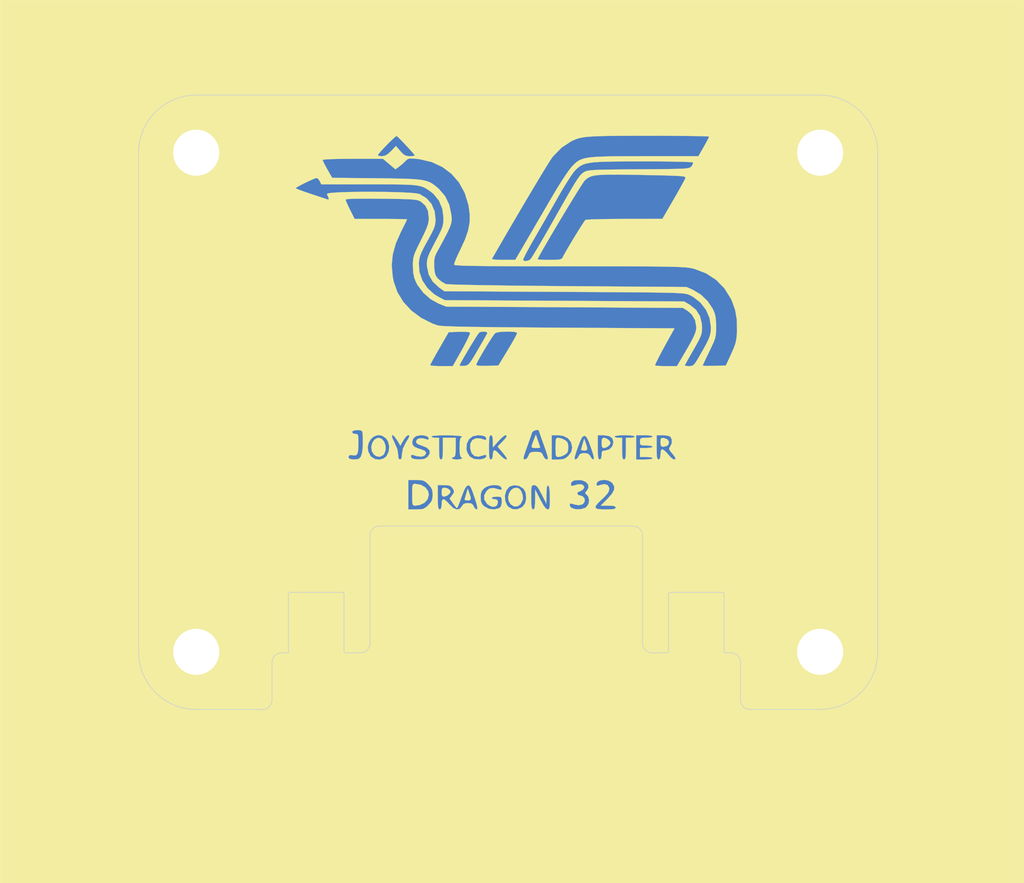
<source format=kicad_pcb>
(kicad_pcb (version 20171130) (host pcbnew "(5.1.8)-1")

  (general
    (thickness 1.6)
    (drawings 38)
    (tracks 0)
    (zones 0)
    (modules 5)
    (nets 2)
  )

  (page A4)
  (layers
    (0 F.Cu signal)
    (31 B.Cu signal)
    (32 B.Adhes user)
    (33 F.Adhes user)
    (34 B.Paste user)
    (35 F.Paste user)
    (36 B.SilkS user)
    (37 F.SilkS user)
    (38 B.Mask user)
    (39 F.Mask user)
    (40 Dwgs.User user)
    (41 Cmts.User user)
    (42 Eco1.User user)
    (43 Eco2.User user)
    (44 Edge.Cuts user)
    (45 Margin user)
    (46 B.CrtYd user)
    (47 F.CrtYd user)
    (48 B.Fab user)
    (49 F.Fab user)
  )

  (setup
    (last_trace_width 0.25)
    (trace_clearance 0.2)
    (zone_clearance 0.508)
    (zone_45_only no)
    (trace_min 0.2)
    (via_size 0.8)
    (via_drill 0.4)
    (via_min_size 0.4)
    (via_min_drill 0.3)
    (uvia_size 0.3)
    (uvia_drill 0.1)
    (uvias_allowed no)
    (uvia_min_size 0.2)
    (uvia_min_drill 0.1)
    (edge_width 0.05)
    (segment_width 0.2)
    (pcb_text_width 0.3)
    (pcb_text_size 1.5 1.5)
    (mod_edge_width 0.12)
    (mod_text_size 1 1)
    (mod_text_width 0.15)
    (pad_size 1.524 1.524)
    (pad_drill 0.762)
    (pad_to_mask_clearance 0)
    (aux_axis_origin 0 0)
    (visible_elements 7FFFFFFF)
    (pcbplotparams
      (layerselection 0x010fc_ffffffff)
      (usegerberextensions true)
      (usegerberattributes true)
      (usegerberadvancedattributes true)
      (creategerberjobfile true)
      (excludeedgelayer true)
      (linewidth 0.100000)
      (plotframeref false)
      (viasonmask false)
      (mode 1)
      (useauxorigin false)
      (hpglpennumber 1)
      (hpglpenspeed 20)
      (hpglpendiameter 15.000000)
      (psnegative false)
      (psa4output false)
      (plotreference true)
      (plotvalue true)
      (plotinvisibletext false)
      (padsonsilk false)
      (subtractmaskfromsilk false)
      (outputformat 1)
      (mirror false)
      (drillshape 0)
      (scaleselection 1)
      (outputdirectory "export/"))
  )

  (net 0 "")
  (net 1 "Net-(M1-Pad1)")

  (net_class Default "This is the default net class."
    (clearance 0.2)
    (trace_width 0.25)
    (via_dia 0.8)
    (via_drill 0.4)
    (uvia_dia 0.3)
    (uvia_drill 0.1)
    (add_net "Net-(M1-Pad1)")
  )

  (net_class PWR ""
    (clearance 0.2)
    (trace_width 0.381)
    (via_dia 0.8)
    (via_drill 0.4)
    (uvia_dia 0.3)
    (uvia_drill 0.1)
  )

  (module logo:dragon3 (layer F.Cu) (tedit 0) (tstamp 6004F856)
    (at 123.1265 94.6785)
    (fp_text reference G*** (at 0 0) (layer F.SilkS) hide
      (effects (font (size 1.524 1.524) (thickness 0.3)))
    )
    (fp_text value LOGO (at 0.75 0) (layer F.SilkS) hide
      (effects (font (size 1.524 1.524) (thickness 0.3)))
    )
    (fp_poly (pts (xy 10.044683 -0.23857) (xy 10.045627 -0.238458) (xy 10.270773 -0.155456) (xy 10.377397 -0.007234)
      (xy 10.367452 0.157178) (xy 10.242891 0.288748) (xy 10.022633 0.338666) (xy 9.887044 0.315134)
      (xy 9.83092 0.211947) (xy 9.821334 0.036709) (xy 9.833726 -0.162965) (xy 9.895752 -0.239483)
      (xy 10.044683 -0.23857)) (layer F.SilkS) (width 0.01))
    (fp_poly (pts (xy 6.268249 -0.199238) (xy 6.434826 -0.072491) (xy 6.518291 0.069929) (xy 6.519334 0.084666)
      (xy 6.449902 0.225294) (xy 6.289205 0.356679) (xy 6.108637 0.42251) (xy 6.089953 0.423333)
      (xy 5.982673 0.392699) (xy 5.935379 0.27186) (xy 5.926667 0.084666) (xy 5.941437 -0.137839)
      (xy 5.999699 -0.235931) (xy 6.089953 -0.254) (xy 6.268249 -0.199238)) (layer F.SilkS) (width 0.01))
    (fp_poly (pts (xy 4.878749 0.094301) (xy 4.96517 0.366591) (xy 4.972039 0.518624) (xy 4.893183 0.582754)
      (xy 4.783667 0.592666) (xy 4.624415 0.574252) (xy 4.572 0.538989) (xy 4.594323 0.430996)
      (xy 4.650147 0.225927) (xy 4.673524 0.146457) (xy 4.775047 -0.192398) (xy 4.878749 0.094301)) (layer F.SilkS) (width 0.01))
    (fp_poly (pts (xy 3.294759 -0.204541) (xy 3.53265 -0.085065) (xy 3.660537 0.033841) (xy 3.705671 0.181095)
      (xy 3.722741 0.381) (xy 3.703232 0.594515) (xy 3.660537 0.728158) (xy 3.492807 0.872621)
      (xy 3.247377 0.982348) (xy 3.053566 1.016) (xy 2.964262 1.00227) (xy 2.911873 0.937583)
      (xy 2.886694 0.786694) (xy 2.879016 0.514355) (xy 2.878667 0.381) (xy 2.882448 0.056764)
      (xy 2.900265 -0.133438) (xy 2.941825 -0.224855) (xy 3.016836 -0.252732) (xy 3.053566 -0.254)
      (xy 3.294759 -0.204541)) (layer F.SilkS) (width 0.01))
    (fp_poly (pts (xy 1.72059 -0.04814) (xy 1.800752 0.191906) (xy 1.852273 0.355372) (xy 1.862667 0.396082)
      (xy 1.788017 0.41397) (xy 1.604063 0.42305) (xy 1.560628 0.423333) (xy 1.363418 0.412268)
      (xy 1.295603 0.358462) (xy 1.317095 0.232833) (xy 1.392264 0.01255) (xy 1.477058 -0.211389)
      (xy 1.578514 -0.465112) (xy 1.72059 -0.04814)) (layer F.SilkS) (width 0.01))
    (fp_poly (pts (xy -8.610051 -0.179916) (xy -8.455845 0.010267) (xy -8.368674 0.268442) (xy -8.361375 0.546503)
      (xy -8.446787 0.796344) (xy -8.515047 0.882952) (xy -8.737363 1.004273) (xy -8.979927 0.966312)
      (xy -9.144 0.846666) (xy -9.279277 0.616234) (xy -9.307336 0.343918) (xy -9.242283 0.077418)
      (xy -9.098227 -0.135565) (xy -8.889277 -0.247332) (xy -8.818455 -0.254) (xy -8.610051 -0.179916)) (layer F.SilkS) (width 0.01))
    (fp_poly (pts (xy 0.481537 3.114519) (xy 0.608033 3.271479) (xy 0.698232 3.513896) (xy 0.725687 3.758181)
      (xy 0.711809 3.842349) (xy 0.56696 4.130742) (xy 0.365409 4.282826) (xy 0.134753 4.287988)
      (xy -0.084666 4.148666) (xy -0.224876 3.920895) (xy -0.255123 3.664301) (xy -0.194692 3.414108)
      (xy -0.062869 3.205536) (xy 0.121063 3.073811) (xy 0.337819 3.054153) (xy 0.481537 3.114519)) (layer F.SilkS) (width 0.01))
    (fp_poly (pts (xy -4.257205 3.096692) (xy -4.10409 3.212576) (xy -4.064 3.312885) (xy -4.132871 3.444653)
      (xy -4.291522 3.571694) (xy -4.468011 3.639088) (xy -4.493381 3.640666) (xy -4.606492 3.605021)
      (xy -4.651875 3.469082) (xy -4.656666 3.344333) (xy -4.63987 3.142894) (xy -4.568205 3.060662)
      (xy -4.461933 3.048) (xy -4.257205 3.096692)) (layer F.SilkS) (width 0.01))
    (fp_poly (pts (xy -2.825918 3.396301) (xy -2.739497 3.668591) (xy -2.732628 3.820624) (xy -2.811483 3.884754)
      (xy -2.921 3.894666) (xy -3.080252 3.876252) (xy -3.132666 3.840989) (xy -3.110343 3.732996)
      (xy -3.05452 3.527927) (xy -3.031143 3.448457) (xy -2.92962 3.109602) (xy -2.825918 3.396301)) (layer F.SilkS) (width 0.01))
    (fp_poly (pts (xy -6.03216 2.855756) (xy -5.737419 3.024399) (xy -5.551989 3.27499) (xy -5.503333 3.513666)
      (xy -5.580705 3.811234) (xy -5.791989 4.04649) (xy -6.105943 4.194496) (xy -6.404967 4.233333)
      (xy -6.501389 4.225175) (xy -6.560241 4.178377) (xy -6.590786 4.059454) (xy -6.602283 3.834921)
      (xy -6.604 3.513666) (xy -6.601744 3.165024) (xy -6.588801 2.952224) (xy -6.555912 2.84178)
      (xy -6.493814 2.800207) (xy -6.404967 2.794) (xy -6.03216 2.855756)) (layer F.SilkS) (width 0.01))
    (fp_poly (pts (xy 33.866667 29.21) (xy -33.866666 29.21) (xy -33.866666 2.54) (xy -6.858 2.54)
      (xy -6.858 4.487333) (xy -6.341533 4.487333) (xy -6.041495 4.478561) (xy -5.844553 4.436507)
      (xy -5.68475 4.337565) (xy -5.5372 4.199466) (xy -5.352369 3.98645) (xy -5.268653 3.784346)
      (xy -5.249333 3.513666) (xy -5.269723 3.237775) (xy -5.355365 3.036408) (xy -5.492905 2.878666)
      (xy -4.910666 2.878666) (xy -4.910666 3.683) (xy -4.906121 4.066418) (xy -4.889498 4.30906)
      (xy -4.856313 4.439313) (xy -4.802086 4.485564) (xy -4.783666 4.487333) (xy -4.69536 4.43141)
      (xy -4.658971 4.24603) (xy -4.656666 4.148666) (xy -4.634418 3.910154) (xy -4.562474 3.814236)
      (xy -4.533656 3.81) (xy -4.413466 3.871723) (xy -4.242319 4.029329) (xy -4.138486 4.148666)
      (xy -3.886539 4.393188) (xy -3.650888 4.493599) (xy -3.451013 4.446885) (xy -3.317405 4.275666)
      (xy -3.207776 4.124488) (xy -3.026681 4.067953) (xy -2.920719 4.064) (xy -2.699541 4.089718)
      (xy -2.579951 4.190227) (xy -2.54 4.275666) (xy -2.439503 4.433209) (xy -2.337945 4.487333)
      (xy -2.29183 4.453853) (xy -2.293185 4.337672) (xy -2.346232 4.115182) (xy -2.455194 3.762772)
      (xy -2.481313 3.683) (xy -2.074333 3.683) (xy -2.054514 3.957303) (xy -1.975041 4.14072)
      (xy -1.836779 4.282997) (xy -1.535462 4.443573) (xy -1.1833 4.487879) (xy -0.85541 4.407113)
      (xy -0.8411 4.399687) (xy -0.722323 4.274853) (xy -0.678602 4.043957) (xy -0.677333 3.976354)
      (xy -0.685606 3.761486) (xy -0.743012 3.66601) (xy -0.898433 3.641473) (xy -1.016 3.640666)
      (xy -1.228074 3.659444) (xy -1.346031 3.706354) (xy -1.354666 3.725333) (xy -1.28221 3.788979)
      (xy -1.143 3.81) (xy -0.981193 3.845643) (xy -0.931934 3.982679) (xy -0.931333 4.012608)
      (xy -0.993054 4.212875) (xy -1.151642 4.307873) (xy -1.36723 4.292226) (xy -1.599956 4.160559)
      (xy -1.654848 4.110181) (xy -1.82931 3.841685) (xy -1.835571 3.55928) (xy -0.469905 3.55928)
      (xy -0.453931 3.900824) (xy -0.330331 4.204663) (xy -0.234136 4.318334) (xy 0.035512 4.464244)
      (xy 0.345405 4.474882) (xy 0.637149 4.352617) (xy 0.723515 4.279515) (xy 0.867654 4.0829)
      (xy 0.926013 3.834145) (xy 0.931334 3.683) (xy 1.27 3.683) (xy 1.274545 4.066418)
      (xy 1.291169 4.30906) (xy 1.324354 4.439313) (xy 1.378581 4.485564) (xy 1.397 4.487333)
      (xy 1.463366 4.454133) (xy 1.503405 4.334436) (xy 1.523149 4.098092) (xy 1.528233 3.831166)
      (xy 1.532465 3.175) (xy 1.867924 3.831166) (xy 2.071618 4.198647) (xy 2.230749 4.414211)
      (xy 2.352298 4.487243) (xy 2.356143 4.487333) (xy 2.428389 4.470679) (xy 2.473121 4.399748)
      (xy 2.496304 4.24309) (xy 2.497629 4.195282) (xy 3.811437 4.195282) (xy 3.869294 4.319839)
      (xy 3.958167 4.395884) (xy 4.224123 4.474877) (xy 4.542689 4.469885) (xy 4.811557 4.391441)
      (xy 5.525787 4.391441) (xy 5.671359 4.458461) (xy 5.971269 4.484751) (xy 6.180667 4.487333)
      (xy 6.528201 4.481351) (xy 6.736769 4.459647) (xy 6.836438 4.416584) (xy 6.858 4.360333)
      (xy 6.818199 4.285763) (xy 6.677506 4.246199) (xy 6.403987 4.23345) (xy 6.362884 4.233333)
      (xy 5.867768 4.233333) (xy 6.320551 3.78055) (xy 6.610228 3.452114) (xy 6.754719 3.181639)
      (xy 6.759264 2.94933) (xy 6.629099 2.735388) (xy 6.604 2.709333) (xy 6.401859 2.585924)
      (xy 6.149827 2.533893) (xy 5.897702 2.548751) (xy 5.695281 2.626006) (xy 5.592363 2.761166)
      (xy 5.588 2.800962) (xy 5.60976 2.905204) (xy 5.706905 2.9096) (xy 5.817529 2.871875)
      (xy 6.111652 2.811204) (xy 6.32262 2.872275) (xy 6.427352 3.045593) (xy 6.434667 3.125784)
      (xy 6.400737 3.293739) (xy 6.282784 3.478167) (xy 6.056561 3.713925) (xy 5.969 3.795268)
      (xy 5.679218 4.074917) (xy 5.529944 4.268617) (xy 5.525787 4.391441) (xy 4.811557 4.391441)
      (xy 4.827941 4.386661) (xy 4.914566 4.331867) (xy 5.056795 4.128347) (xy 5.099931 3.872931)
      (xy 5.041658 3.634338) (xy 4.942064 3.516139) (xy 4.84133 3.422863) (xy 4.869938 3.334587)
      (xy 4.936624 3.263947) (xy 5.060728 3.051779) (xy 5.038435 2.843941) (xy 4.890708 2.670569)
      (xy 4.638507 2.561796) (xy 4.433086 2.54) (xy 4.117627 2.568463) (xy 3.944341 2.660046)
      (xy 3.894667 2.812116) (xy 3.927483 2.932288) (xy 4.042834 2.918084) (xy 4.357026 2.825134)
      (xy 4.606206 2.831901) (xy 4.727905 2.90482) (xy 4.784324 3.029784) (xy 4.702477 3.159369)
      (xy 4.695875 3.166029) (xy 4.536643 3.275652) (xy 4.438953 3.302) (xy 4.331982 3.369905)
      (xy 4.318 3.429) (xy 4.387522 3.535439) (xy 4.4704 3.556) (xy 4.679196 3.618703)
      (xy 4.797875 3.770249) (xy 4.810046 3.955788) (xy 4.699319 4.12047) (xy 4.648781 4.152887)
      (xy 4.416498 4.208141) (xy 4.10584 4.153583) (xy 3.944866 4.097636) (xy 3.835783 4.102289)
      (xy 3.811437 4.195282) (xy 2.497629 4.195282) (xy 2.503899 3.969251) (xy 2.503285 3.71123)
      (xy 2.490889 3.293057) (xy 2.459733 3.030161) (xy 2.408002 2.909334) (xy 2.391834 2.899841)
      (xy 2.333513 2.929704) (xy 2.298389 3.080695) (xy 2.282513 3.373663) (xy 2.280968 3.485444)
      (xy 2.275935 4.106333) (xy 1.966136 3.4925) (xy 1.795696 3.173808) (xy 1.665328 2.984213)
      (xy 1.552044 2.895657) (xy 1.463168 2.878666) (xy 1.373635 2.886556) (xy 1.317161 2.931341)
      (xy 1.28614 3.044694) (xy 1.272965 3.258289) (xy 1.270028 3.603799) (xy 1.27 3.683)
      (xy 0.931334 3.683) (xy 0.903277 3.38535) (xy 0.801481 3.174402) (xy 0.723515 3.086484)
      (xy 0.463862 2.927227) (xy 0.15775 2.880846) (xy -0.125617 2.954362) (xy -0.187171 2.994092)
      (xy -0.380302 3.237785) (xy -0.469905 3.55928) (xy -1.835571 3.55928) (xy -1.83566 3.555281)
      (xy -1.680156 3.262145) (xy -1.48519 3.102452) (xy -1.231293 3.066855) (xy -0.88942 3.152455)
      (xy -0.8255 3.176855) (xy -0.702008 3.183052) (xy -0.677333 3.10845) (xy -0.749632 2.97188)
      (xy -0.936155 2.892372) (xy -1.191344 2.870923) (xy -1.469637 2.908535) (xy -1.725476 3.006207)
      (xy -1.836779 3.083002) (xy -1.991235 3.248869) (xy -2.060315 3.440657) (xy -2.074333 3.683)
      (xy -2.481313 3.683) (xy -2.482403 3.679673) (xy -2.610652 3.305593) (xy -2.7079 3.067981)
      (xy -2.788748 2.940226) (xy -2.867796 2.89572) (xy -2.912144 2.896507) (xy -3.011942 2.955142)
      (xy -3.117685 3.116427) (xy -3.242415 3.403841) (xy -3.33709 3.661592) (xy -3.455006 3.983681)
      (xy -3.555057 4.23461) (xy -3.622779 4.379169) (xy -3.640666 4.400617) (xy -3.710161 4.336798)
      (xy -3.837132 4.177185) (xy -3.904972 4.083358) (xy -4.126944 3.767666) (xy -3.955559 3.539679)
      (xy -3.845498 3.373313) (xy -3.838241 3.252304) (xy -3.926039 3.095179) (xy -4.040643 2.961224)
      (xy -4.193665 2.896917) (xy -4.446024 2.878842) (xy -4.489285 2.878666) (xy -4.910666 2.878666)
      (xy -5.492905 2.878666) (xy -5.5372 2.827866) (xy -5.715283 2.665521) (xy -5.877063 2.57919)
      (xy -6.0885 2.545268) (xy -6.341533 2.54) (xy -6.858 2.54) (xy -33.866666 2.54)
      (xy -33.866666 0.997041) (xy -10.820309 0.997041) (xy -10.795 1.100666) (xy -10.675411 1.161735)
      (xy -10.46338 1.184044) (xy -10.232124 1.163917) (xy -10.12551 1.134294) (xy -9.999907 0.999101)
      (xy -9.913843 0.716093) (xy -9.873975 0.344056) (xy -9.544466 0.344056) (xy -9.514181 0.643954)
      (xy -9.364335 0.935782) (xy -9.305821 1.004558) (xy -9.057386 1.159233) (xy -8.758191 1.191729)
      (xy -8.471858 1.104732) (xy -8.303478 0.962248) (xy -8.15671 0.659632) (xy -8.123303 0.312571)
      (xy -8.201526 -0.015881) (xy -8.335818 -0.215516) (xy -8.602741 -0.395678) (xy -8.616492 -0.397593)
      (xy -7.949844 -0.397593) (xy -7.912724 -0.226188) (xy -7.790057 0.028012) (xy -7.586381 0.496064)
      (xy -7.535333 0.832345) (xy -7.516026 1.073186) (xy -7.451405 1.176343) (xy -7.408333 1.185333)
      (xy -7.321399 1.131291) (xy -7.285805 0.957552) (xy -6.688666 0.957552) (xy -6.651223 1.074701)
      (xy -6.518604 1.14293) (xy -6.260373 1.174016) (xy -6.117166 1.178649) (xy -5.799286 1.142874)
      (xy -5.588 1.016) (xy -5.441009 0.790316) (xy -5.456935 0.582329) (xy -5.629459 0.403964)
      (xy -5.952262 0.26715) (xy -5.990166 0.256838) (xy -6.232925 0.170584) (xy -6.338554 0.06473)
      (xy -6.35 -0.001651) (xy -6.278733 -0.150035) (xy -6.095207 -0.223823) (xy -5.84483 -0.210177)
      (xy -5.732862 -0.176125) (xy -5.565841 -0.12992) (xy -5.506219 -0.172505) (xy -5.503333 -0.204704)
      (xy -5.582055 -0.338098) (xy -5.584311 -0.338788) (xy -5.334 -0.338788) (xy -5.260428 -0.279256)
      (xy -5.083162 -0.254007) (xy -5.08 -0.254) (xy -4.826 -0.254) (xy -4.826 0.465666)
      (xy -4.820578 0.825461) (xy -4.800841 1.045669) (xy -4.761583 1.15579) (xy -4.699 1.185333)
      (xy -4.635507 1.154608) (xy -4.596646 1.042766) (xy -4.577213 0.820306) (xy -4.572 0.465666)
      (xy -4.572 -0.254) (xy -3.725333 -0.254) (xy -3.725333 0.381) (xy -3.731986 0.715945)
      (xy -3.756027 0.912554) (xy -3.803581 1.00145) (xy -3.852333 1.016) (xy -3.965005 1.061717)
      (xy -3.979333 1.100666) (xy -3.904221 1.153685) (xy -3.716582 1.183174) (xy -3.640666 1.185333)
      (xy -3.428593 1.166555) (xy -3.310636 1.119645) (xy -3.302 1.100666) (xy -3.366429 1.01846)
      (xy -3.386666 1.016) (xy -3.429328 0.937207) (xy -3.459063 0.723922) (xy -3.468063 0.492719)
      (xy -3.015858 0.492719) (xy -2.968691 0.703433) (xy -2.796877 0.983747) (xy -2.517443 1.144979)
      (xy -2.150542 1.179168) (xy -1.883833 1.131969) (xy -1.735271 1.044731) (xy -1.693333 0.954733)
      (xy -1.740157 0.87039) (xy -1.8415 0.891915) (xy -2.206293 0.993797) (xy -2.483965 0.951554)
      (xy -2.672206 0.766287) (xy -2.767112 0.451358) (xy -2.764043 0.381) (xy -1.524 0.381)
      (xy -1.519455 0.764418) (xy -1.502831 1.00706) (xy -1.469646 1.137313) (xy -1.415419 1.183564)
      (xy -1.397 1.185333) (xy -1.302323 1.119895) (xy -1.270109 0.912242) (xy -1.27 0.893996)
      (xy -1.246703 0.654944) (xy -1.170711 0.568015) (xy -1.032873 0.632227) (xy -0.82449 0.846065)
      (xy -0.632717 1.039174) (xy -0.459797 1.162056) (xy -0.386161 1.185333) (xy -0.330121 1.155169)
      (xy -0.348321 1.108224) (xy 0.759955 1.108224) (xy 0.781805 1.170543) (xy 0.845032 1.185331)
      (xy 0.846003 1.185333) (xy 0.991218 1.106777) (xy 1.08798 0.931333) (xy 1.15872 0.775039)
      (xy 1.264185 0.700666) (xy 1.460939 0.678364) (xy 1.569284 0.677333) (xy 1.815469 0.688215)
      (xy 1.950327 0.74082) (xy 2.031452 0.865087) (xy 2.057917 0.931333) (xy 2.172664 1.118519)
      (xy 2.302042 1.185333) (xy 2.359327 1.168098) (xy 2.37723 1.099386) (xy 2.350641 0.953683)
      (xy 2.274452 0.705475) (xy 2.143555 0.32925) (xy 2.114146 0.246963) (xy 1.982773 -0.122596)
      (xy 1.877735 -0.423334) (xy 2.624667 -0.423334) (xy 2.624667 1.185333) (xy 3.054513 1.185333)
      (xy 3.342698 1.167869) (xy 3.431091 1.13609) (xy 4.140181 1.13609) (xy 4.177007 1.183395)
      (xy 4.19491 1.185333) (xy 4.316602 1.114559) (xy 4.402667 0.973666) (xy 4.49581 0.824633)
      (xy 4.660191 0.767264) (xy 4.783386 0.762) (xy 5.010917 0.790726) (xy 5.141007 0.900235)
      (xy 5.180072 0.973666) (xy 5.287037 1.129815) (xy 5.386164 1.185333) (xy 5.421938 1.13051)
      (xy 5.396759 0.95677) (xy 5.307756 0.650208) (xy 5.224408 0.402166) (xy 5.087743 0.027038)
      (xy 4.981599 -0.211001) (xy 4.891427 -0.338088) (xy 4.802679 -0.38036) (xy 4.788472 -0.381)
      (xy 4.698136 -0.348696) (xy 4.607521 -0.234536) (xy 4.502007 -0.012652) (xy 4.366972 0.342822)
      (xy 4.345786 0.402166) (xy 4.219769 0.770398) (xy 4.152834 1.006732) (xy 4.140181 1.13609)
      (xy 3.431091 1.13609) (xy 3.540845 1.096632) (xy 3.726321 0.943355) (xy 3.731846 0.937846)
      (xy 3.918282 0.689712) (xy 3.978845 0.41474) (xy 3.979334 0.381) (xy 3.905287 0.034107)
      (xy 3.696521 -0.226658) (xy 3.373096 -0.383849) (xy 3.054513 -0.423334) (xy 5.672667 -0.423334)
      (xy 5.672667 0.381) (xy 5.677212 0.764418) (xy 5.693836 1.00706) (xy 5.72702 1.137313)
      (xy 5.781247 1.183564) (xy 5.799667 1.185333) (xy 5.893598 1.121073) (xy 5.926437 0.915988)
      (xy 5.926667 0.889) (xy 5.941252 0.689629) (xy 6.012659 0.607872) (xy 6.167545 0.592666)
      (xy 6.436663 0.516831) (xy 6.631487 0.318548) (xy 6.709726 0.041651) (xy 6.709834 0.030575)
      (xy 6.639521 -0.215092) (xy 6.46743 -0.338667) (xy 6.773334 -0.338667) (xy 6.846906 -0.27922)
      (xy 7.024173 -0.254007) (xy 7.027334 -0.254) (xy 7.281334 -0.254) (xy 7.281334 0.465666)
      (xy 7.286756 0.825461) (xy 7.306492 1.045669) (xy 7.34575 1.15579) (xy 7.408334 1.185333)
      (xy 7.471827 1.154608) (xy 7.510687 1.042766) (xy 7.53012 0.820306) (xy 7.535334 0.465666)
      (xy 7.535334 -0.254) (xy 7.831667 -0.254) (xy 8.027534 -0.275266) (xy 8.125441 -0.327556)
      (xy 8.128 -0.338667) (xy 8.048784 -0.380596) (xy 7.832514 -0.410061) (xy 7.51126 -0.423052)
      (xy 7.450667 -0.423334) (xy 8.212667 -0.423334) (xy 8.212667 1.185333) (xy 8.763 1.185333)
      (xy 9.050582 1.17337) (xy 9.247476 1.141681) (xy 9.313334 1.100666) (xy 9.237187 1.052369)
      (xy 9.042491 1.021713) (xy 8.89 1.016) (xy 8.466667 1.016) (xy 8.466667 0.423333)
      (xy 8.89 0.423333) (xy 9.131488 0.408103) (xy 9.284765 0.369164) (xy 9.313334 0.338666)
      (xy 9.237187 0.290369) (xy 9.042491 0.259713) (xy 8.89 0.254) (xy 8.639397 0.24845)
      (xy 8.514431 0.21433) (xy 8.47142 0.125431) (xy 8.466667 0) (xy 8.475916 -0.150362)
      (xy 8.532783 -0.225342) (xy 8.680948 -0.251148) (xy 8.89 -0.254) (xy 9.131488 -0.26923)
      (xy 9.284765 -0.308169) (xy 9.313334 -0.338667) (xy 9.235576 -0.382911) (xy 9.029594 -0.413202)
      (xy 8.763 -0.423334) (xy 9.567334 -0.423334) (xy 9.567334 0.381) (xy 9.571879 0.764418)
      (xy 9.588502 1.00706) (xy 9.621687 1.137313) (xy 9.675914 1.183564) (xy 9.694334 1.185333)
      (xy 9.78264 1.12941) (xy 9.819029 0.94403) (xy 9.821334 0.846666) (xy 9.844749 0.60534)
      (xy 9.918897 0.510763) (xy 9.941219 0.508) (xy 10.059242 0.569988) (xy 10.227893 0.728198)
      (xy 10.329334 0.846666) (xy 10.505492 1.041379) (xy 10.658479 1.163828) (xy 10.717448 1.185333)
      (xy 10.815504 1.159773) (xy 10.807364 1.069345) (xy 10.686321 0.893427) (xy 10.581399 0.767002)
      (xy 10.433259 0.57955) (xy 10.388784 0.46258) (xy 10.433396 0.36536) (xy 10.45784 0.337002)
      (xy 10.561647 0.126299) (xy 10.57245 -0.119563) (xy 10.487183 -0.316096) (xy 10.481734 -0.321734)
      (xy 10.34122 -0.382125) (xy 10.101946 -0.418517) (xy 9.973734 -0.423334) (xy 9.567334 -0.423334)
      (xy 8.763 -0.423334) (xy 8.212667 -0.423334) (xy 7.450667 -0.423334) (xy 7.115235 -0.413432)
      (xy 6.87952 -0.386398) (xy 6.775591 -0.346241) (xy 6.773334 -0.338667) (xy 6.46743 -0.338667)
      (xy 6.428878 -0.36635) (xy 6.078351 -0.422899) (xy 6.037485 -0.423334) (xy 5.672667 -0.423334)
      (xy 3.054513 -0.423334) (xy 2.624667 -0.423334) (xy 1.877735 -0.423334) (xy 1.875451 -0.429873)
      (xy 1.803446 -0.642237) (xy 1.778 -0.726704) (xy 1.71508 -0.77523) (xy 1.573217 -0.761649)
      (xy 1.422755 -0.70377) (xy 1.33404 -0.619405) (xy 1.332201 -0.613834) (xy 1.286595 -0.474554)
      (xy 1.197432 -0.217644) (xy 1.07922 0.115456) (xy 0.991279 0.359833) (xy 0.85983 0.730495)
      (xy 0.784343 0.97075) (xy 0.759955 1.108224) (xy -0.348321 1.108224) (xy -0.370321 1.051481)
      (xy -0.5165 0.854472) (xy -0.596959 0.756873) (xy -0.955686 0.328412) (xy -0.647176 0.012469)
      (xy -0.438141 -0.215257) (xy -0.350822 -0.351754) (xy -0.377105 -0.414501) (xy -0.4445 -0.424023)
      (xy -0.552193 -0.365001) (xy -0.727414 -0.21054) (xy -0.906913 -0.021856) (xy -1.263494 0.381)
      (xy -1.266747 -0.021167) (xy -1.284187 -0.280667) (xy -1.337552 -0.403036) (xy -1.397 -0.423334)
      (xy -1.45754 -0.394547) (xy -1.495852 -0.289264) (xy -1.516418 -0.079096) (xy -1.523721 0.264343)
      (xy -1.524 0.381) (xy -2.764043 0.381) (xy -2.752439 0.115074) (xy -2.616556 -0.113288)
      (xy -2.377204 -0.222587) (xy -2.052122 -0.201681) (xy -1.8415 -0.129916) (xy -1.719081 -0.117365)
      (xy -1.693333 -0.19355) (xy -1.759026 -0.327427) (xy -1.963989 -0.402393) (xy -2.278166 -0.423334)
      (xy -2.603902 -0.349767) (xy -2.84876 -0.150818) (xy -2.992744 0.140886) (xy -3.015858 0.492719)
      (xy -3.468063 0.492719) (xy -3.471254 0.410778) (xy -3.471333 0.381) (xy -3.460828 0.061039)
      (xy -3.432389 -0.161975) (xy -3.390637 -0.253406) (xy -3.386666 -0.254) (xy -3.304415 -0.313871)
      (xy -3.302 -0.332451) (xy -3.381317 -0.363476) (xy -3.597897 -0.389729) (xy -3.919682 -0.408534)
      (xy -4.314615 -0.417217) (xy -4.318 -0.417238) (xy -4.76871 -0.413244) (xy -5.099115 -0.395887)
      (xy -5.291289 -0.366551) (xy -5.334 -0.338788) (xy -5.584311 -0.338788) (xy -5.817063 -0.409953)
      (xy -6.054544 -0.423334) (xy -6.351526 -0.361584) (xy -6.543329 -0.191254) (xy -6.604 0.038013)
      (xy -6.568129 0.21997) (xy -6.439592 0.351572) (xy -6.187002 0.458357) (xy -6.0325 0.502985)
      (xy -5.772879 0.607338) (xy -5.679006 0.736142) (xy -5.751938 0.887452) (xy -5.799877 0.931507)
      (xy -5.997113 0.99473) (xy -6.294479 0.962942) (xy -6.5405 0.88587) (xy -6.663924 0.881304)
      (xy -6.688666 0.957552) (xy -7.285805 0.957552) (xy -7.2844 0.950697) (xy -7.281333 0.834864)
      (xy -7.215988 0.457747) (xy -7.027333 0.071592) (xy -6.870422 -0.188425) (xy -6.795244 -0.33668)
      (xy -6.792806 -0.40439) (xy -6.854115 -0.422771) (xy -6.884743 -0.423334) (xy -6.989114 -0.355265)
      (xy -7.125955 -0.182836) (xy -7.190905 -0.076818) (xy -7.385657 0.269697) (xy -7.592294 -0.076818)
      (xy -7.77133 -0.332608) (xy -7.896613 -0.436299) (xy -7.949844 -0.397593) (xy -8.616492 -0.397593)
      (xy -8.870148 -0.432916) (xy -9.118032 -0.352396) (xy -9.326384 -0.179284) (xy -9.475198 0.061255)
      (xy -9.544466 0.344056) (xy -9.873975 0.344056) (xy -9.869535 0.302628) (xy -9.869199 -0.22394)
      (xy -9.896803 -0.656167) (xy -9.975397 -0.732444) (xy -10.149767 -0.765764) (xy -10.353457 -0.758175)
      (xy -10.520012 -0.711727) (xy -10.583333 -0.635) (xy -10.509732 -0.532857) (xy -10.371666 -0.508)
      (xy -10.266132 -0.500641) (xy -10.203215 -0.455378) (xy -10.171899 -0.337429) (xy -10.161167 -0.112016)
      (xy -10.16 0.160274) (xy -10.173595 0.54763) (xy -10.222721 0.788475) (xy -10.319889 0.904061)
      (xy -10.47761 0.915639) (xy -10.588135 0.887475) (xy -10.744911 0.894967) (xy -10.820309 0.997041)
      (xy -33.866666 0.997041) (xy -33.866666 -5.058834) (xy -5.415033 -5.058834) (xy -5.338418 -5.030684)
      (xy -5.130326 -5.008934) (xy -4.828582 -4.9968) (xy -4.668522 -4.995334) (xy -3.918378 -4.995334)
      (xy -3.894308 -5.038039) (xy -3.471333 -5.038039) (xy -3.397154 -5.009933) (xy -3.213962 -5.007927)
      (xy -3.166177 -5.01139) (xy -3.040763 -5.028716) (xy -2.935826 -5.071779) (xy -2.9268 -5.079735)
      (xy -2.370666 -5.079735) (xy -2.287686 -5.032418) (xy -2.041919 -5.010066) (xy -1.638123 -5.013109)
      (xy -1.635253 -5.013204) (xy -0.899839 -5.037667) (xy -0.283452 -6.053667) (xy -0.060197 -6.42855)
      (xy 0.127434 -6.75673) (xy 0.263259 -7.008894) (xy 0.331098 -7.155729) (xy 0.335801 -7.1755)
      (xy 0.279552 -7.23365) (xy 0.094849 -7.267835) (xy -0.236466 -7.280975) (xy -0.322484 -7.281334)
      (xy -0.704537 -7.26696) (xy -0.983726 -7.226974) (xy -1.114929 -7.1755) (xy -1.20566 -7.065621)
      (xy -1.35525 -6.846403) (xy -1.543548 -6.551474) (xy -1.750404 -6.214464) (xy -1.95567 -5.869003)
      (xy -2.139193 -5.54872) (xy -2.280826 -5.287244) (xy -2.360417 -5.118206) (xy -2.370666 -5.079735)
      (xy -2.9268 -5.079735) (xy -2.831212 -5.163985) (xy -2.706763 -5.328739) (xy -2.542327 -5.589447)
      (xy -2.317746 -5.969515) (xy -2.268645 -6.053667) (xy -2.049845 -6.431172) (xy -1.861073 -6.761065)
      (xy -1.719298 -7.013381) (xy -1.641489 -7.158155) (xy -1.633409 -7.1755) (xy -1.671588 -7.245076)
      (xy -1.813208 -7.27966) (xy -1.995078 -7.274388) (xy -2.154008 -7.224396) (xy -2.166522 -7.216537)
      (xy -2.236571 -7.127657) (xy -2.37035 -6.925332) (xy -2.548576 -6.641762) (xy -2.751962 -6.309146)
      (xy -2.961223 -5.959682) (xy -3.157073 -5.625569) (xy -3.320228 -5.339006) (xy -3.431401 -5.132192)
      (xy -3.471333 -5.038039) (xy -3.894308 -5.038039) (xy -3.312869 -6.069615) (xy -3.101074 -6.458471)
      (xy -2.932539 -6.793595) (xy -2.81986 -7.047881) (xy -2.775636 -7.194226) (xy -2.779878 -7.216412)
      (xy -2.893716 -7.247644) (xy -3.130342 -7.265285) (xy -3.443546 -7.266373) (xy -3.521698 -7.263965)
      (xy -4.191 -7.239) (xy -4.801199 -6.180667) (xy -5.018731 -5.799609) (xy -5.202551 -5.47043)
      (xy -5.33743 -5.220963) (xy -5.408138 -5.079039) (xy -5.415033 -5.058834) (xy -33.866666 -5.058834)
      (xy -33.866666 -16.004792) (xy -11.006666 -16.004792) (xy -10.970682 -15.889752) (xy -10.875408 -15.668209)
      (xy -10.739866 -15.383796) (xy -10.709269 -15.322554) (xy -10.411871 -14.732) (xy -8.677269 -14.732)
      (xy -8.156041 -14.730666) (xy -7.697485 -14.726939) (xy -7.326644 -14.721235) (xy -7.068561 -14.71397)
      (xy -6.948278 -14.705557) (xy -6.942666 -14.703242) (xy -6.978672 -14.620751) (xy -7.076073 -14.420002)
      (xy -7.218948 -14.133384) (xy -7.351199 -13.87207) (xy -7.691444 -13.099953) (xy -7.891734 -12.377124)
      (xy -7.957488 -11.666032) (xy -7.894124 -10.92913) (xy -7.825802 -10.582934) (xy -7.581999 -9.883998)
      (xy -7.189402 -9.242241) (xy -6.663306 -8.67303) (xy -6.019007 -8.191732) (xy -5.271801 -7.813714)
      (xy -4.953 -7.696673) (xy -4.858784 -7.676379) (xy -4.69907 -7.658033) (xy -4.464744 -7.641456)
      (xy -4.146692 -7.626469) (xy -3.7358 -7.612892) (xy -3.222954 -7.600546) (xy -2.599041 -7.589251)
      (xy -1.854947 -7.578829) (xy -0.981559 -7.569099) (xy 0.030239 -7.559884) (xy 1.189559 -7.551002)
      (xy 2.505515 -7.542275) (xy 3.067801 -7.538848) (xy 10.749935 -7.493) (xy 10.085532 -6.289047)
      (xy 9.865094 -5.882233) (xy 9.681155 -5.528567) (xy 9.54644 -5.2537) (xy 9.473675 -5.083283)
      (xy 9.466009 -5.040213) (xy 9.565842 -5.019552) (xy 9.792157 -5.003914) (xy 10.10212 -4.995878)
      (xy 10.211506 -4.995334) (xy 10.912122 -4.995334) (xy 11.371578 -5.7785) (xy 11.668502 -6.291039)
      (xy 11.886292 -6.685243) (xy 12.036243 -6.985947) (xy 12.129645 -7.217986) (xy 12.177793 -7.406192)
      (xy 12.191979 -7.575398) (xy 12.192 -7.582665) (xy 12.114604 -8.024586) (xy 11.897283 -8.40568)
      (xy 11.611486 -8.655833) (xy 11.303 -8.847667) (xy 3.471334 -8.89) (xy -4.360333 -8.932334)
      (xy -4.863328 -9.134964) (xy -5.391305 -9.429271) (xy -5.86726 -9.849094) (xy -6.245059 -10.35072)
      (xy -6.347236 -10.541) (xy -6.468567 -10.845923) (xy -6.533006 -11.166565) (xy -6.554795 -11.576117)
      (xy -6.555085 -11.609138) (xy -6.553582 -11.872793) (xy -6.537068 -12.085929) (xy -6.493648 -12.287138)
      (xy -6.411428 -12.515015) (xy -6.278513 -12.808152) (xy -6.083008 -13.205143) (xy -6.031386 -13.308315)
      (xy -5.811455 -13.756763) (xy -5.661037 -14.091981) (xy -5.567812 -14.348987) (xy -5.519463 -14.562801)
      (xy -5.50367 -14.76844) (xy -5.503333 -14.809447) (xy -5.559732 -15.268705) (xy -5.736055 -15.619834)
      (xy -6.042994 -15.884096) (xy -6.043976 -15.884691) (xy -6.135722 -15.932359) (xy -6.249174 -15.970059)
      (xy -6.404979 -15.999259) (xy -6.623786 -16.021426) (xy -6.926244 -16.038027) (xy -7.332999 -16.05053)
      (xy -7.8647 -16.060403) (xy -8.541995 -16.069112) (xy -8.657166 -16.070406) (xy -9.428004 -16.076446)
      (xy -10.037057 -16.075471) (xy -10.491734 -16.067273) (xy -10.799449 -16.051646) (xy -10.96761 -16.028382)
      (xy -11.006666 -16.004792) (xy -33.866666 -16.004792) (xy -33.866666 -16.763849) (xy -14.308666 -16.763849)
      (xy -14.233099 -16.720867) (xy -14.026908 -16.638211) (xy -13.720865 -16.527453) (xy -13.345738 -16.400166)
      (xy -13.313833 -16.389671) (xy -12.92082 -16.260243) (xy -12.580317 -16.14728) (xy -12.328115 -16.06271)
      (xy -12.200008 -16.018466) (xy -12.198468 -16.017891) (xy -12.116842 -16.021305) (xy -12.134968 -16.114302)
      (xy -12.215224 -16.313315) (xy -12.243392 -16.383) (xy -12.178884 -16.420578) (xy -11.967606 -16.45243)
      (xy -11.632019 -16.478569) (xy -11.194589 -16.499012) (xy -10.67778 -16.513773) (xy -10.104056 -16.522867)
      (xy -9.495881 -16.526308) (xy -8.875719 -16.524112) (xy -8.266035 -16.516292) (xy -7.689292 -16.502865)
      (xy -7.167956 -16.483845) (xy -6.724489 -16.459247) (xy -6.381357 -16.429084) (xy -6.161023 -16.393374)
      (xy -6.115603 -16.37896) (xy -5.65831 -16.102773) (xy -5.322504 -15.715472) (xy -5.119022 -15.234122)
      (xy -5.058063 -14.713528) (xy -5.067937 -14.49523) (xy -5.102838 -14.29741) (xy -5.176884 -14.082318)
      (xy -5.30419 -13.812202) (xy -5.498872 -13.449311) (xy -5.596271 -13.274195) (xy -5.826131 -12.853753)
      (xy -5.982498 -12.537874) (xy -6.080632 -12.286911) (xy -6.135793 -12.061217) (xy -6.163242 -11.821144)
      (xy -6.164916 -11.796846) (xy -6.122104 -11.212834) (xy -5.927235 -10.657488) (xy -5.59758 -10.160512)
      (xy -5.150412 -9.751614) (xy -4.878471 -9.584338) (xy -4.445 -9.355667) (xy 3.471334 -9.313334)
      (xy 11.387667 -9.271) (xy 11.769577 -9.046469) (xy 12.173125 -8.720309) (xy 12.436829 -8.298761)
      (xy 12.560438 -7.782281) (xy 12.570597 -7.572603) (xy 12.566175 -7.354509) (xy 12.541474 -7.167557)
      (xy 12.482792 -6.975544) (xy 12.376429 -6.742267) (xy 12.208682 -6.431522) (xy 12.0015 -6.068863)
      (xy 11.791973 -5.702754) (xy 11.616954 -5.391418) (xy 11.492018 -5.162979) (xy 11.432738 -5.045562)
      (xy 11.43 -5.03676) (xy 11.50447 -5.009223) (xy 11.68726 -4.995637) (xy 11.722599 -4.995334)
      (xy 11.87714 -5.006574) (xy 11.996114 -5.060813) (xy 12.113164 -5.188829) (xy 12.261934 -5.421399)
      (xy 12.347302 -5.566834) (xy 12.636767 -6.070547) (xy 12.849107 -6.458617) (xy 12.995825 -6.759687)
      (xy 13.088421 -7.002403) (xy 13.138397 -7.215409) (xy 13.157257 -7.427349) (xy 13.158166 -7.586206)
      (xy 13.068269 -8.178273) (xy 12.829175 -8.727038) (xy 12.460472 -9.202789) (xy 11.98175 -9.575816)
      (xy 11.774582 -9.684674) (xy 11.706804 -9.714858) (xy 11.634933 -9.741508) (xy 11.54837 -9.764909)
      (xy 11.436513 -9.785341) (xy 11.288762 -9.803087) (xy 11.094516 -9.818429) (xy 10.843174 -9.831649)
      (xy 10.524136 -9.843029) (xy 10.1268 -9.852852) (xy 9.640568 -9.861399) (xy 9.054836 -9.868952)
      (xy 8.359006 -9.875794) (xy 7.542476 -9.882206) (xy 6.594645 -9.888471) (xy 5.504913 -9.894871)
      (xy 4.262679 -9.901687) (xy 3.457403 -9.906) (xy -4.472861 -9.948334) (xy -4.839931 -10.206093)
      (xy -5.245235 -10.586647) (xy -5.510382 -11.05176) (xy -5.623987 -11.580069) (xy -5.627491 -11.684)
      (xy -5.626718 -11.852719) (xy -5.615273 -11.998395) (xy -5.582926 -12.147085) (xy -5.519445 -12.324844)
      (xy -5.414599 -12.557728) (xy -5.258159 -12.871793) (xy -5.039894 -13.293095) (xy -4.862878 -13.631334)
      (xy -4.69151 -13.976406) (xy -4.591313 -14.241485) (xy -4.544468 -14.490643) (xy -4.53316 -14.787953)
      (xy -4.533262 -14.816667) (xy -4.61147 -15.409582) (xy -4.831167 -15.936477) (xy -5.18008 -16.372007)
      (xy -5.356995 -16.517815) (xy -5.529736 -16.642209) (xy -5.684913 -16.744056) (xy -5.840982 -16.82561)
      (xy -6.016399 -16.889126) (xy -6.229623 -16.936857) (xy -6.499108 -16.971058) (xy -6.843313 -16.993982)
      (xy -7.280692 -17.007885) (xy -7.829704 -17.01502) (xy -8.508804 -17.017641) (xy -9.33645 -17.018002)
      (xy -9.452488 -17.018) (xy -12.618963 -17.018) (xy -12.715405 -17.229667) (xy -12.823186 -17.38586)
      (xy -12.923856 -17.441334) (xy -13.044938 -17.406806) (xy -13.262017 -17.317003) (xy -13.532836 -17.192596)
      (xy -13.815143 -17.054259) (xy -14.066681 -16.922664) (xy -14.245198 -16.818481) (xy -14.308666 -16.763849)
      (xy -33.866666 -16.763849) (xy -33.866666 -18.635557) (xy -12.530666 -18.635557) (xy -12.491193 -18.530016)
      (xy -12.386914 -18.320779) (xy -12.239037 -18.050007) (xy -12.213696 -18.005448) (xy -11.896725 -17.451115)
      (xy -8.975196 -17.421621) (xy -8.126185 -17.412177) (xy -7.427533 -17.400476) (xy -6.860266 -17.383284)
      (xy -6.405414 -17.357367) (xy -6.044003 -17.319491) (xy -5.757062 -17.266421) (xy -5.525618 -17.194925)
      (xy -5.330699 -17.101766) (xy -5.153332 -16.983712) (xy -4.974547 -16.837528) (xy -4.837989 -16.716367)
      (xy -4.42693 -16.2409) (xy -4.153101 -15.673602) (xy -4.012266 -15.005521) (xy -4.007931 -14.961802)
      (xy -3.994362 -14.783509) (xy -3.995851 -14.623387) (xy -4.021158 -14.459532) (xy -4.079042 -14.270039)
      (xy -4.178259 -14.033005) (xy -4.32757 -13.726525) (xy -4.535733 -13.328694) (xy -4.811505 -12.817608)
      (xy -5.013872 -12.446) (xy -5.109371 -12.215359) (xy -5.150062 -11.943919) (xy -5.146284 -11.581005)
      (xy -5.119553 -11.253311) (xy -5.067501 -11.035496) (xy -4.970427 -10.868199) (xy -4.872927 -10.757462)
      (xy -4.647802 -10.570165) (xy -4.407153 -10.436448) (xy -4.367534 -10.42247) (xy -4.242941 -10.409388)
      (xy -3.959657 -10.395841) (xy -3.528324 -10.382011) (xy -2.959586 -10.368078) (xy -2.264083 -10.354226)
      (xy -1.452458 -10.340633) (xy -0.535352 -10.327482) (xy 0.476592 -10.314954) (xy 1.572733 -10.30323)
      (xy 2.742428 -10.292491) (xy 3.721572 -10.284748) (xy 11.549477 -10.227137) (xy 11.976572 -10.036965)
      (xy 12.49384 -9.722864) (xy 12.94603 -9.287072) (xy 13.284922 -8.776389) (xy 13.293693 -8.758646)
      (xy 13.40359 -8.497549) (xy 13.467296 -8.232475) (xy 13.496081 -7.901522) (xy 13.501419 -7.617585)
      (xy 13.499374 -7.304088) (xy 13.481895 -7.06171) (xy 13.436383 -6.843743) (xy 13.350236 -6.603482)
      (xy 13.210854 -6.294219) (xy 13.059834 -5.980723) (xy 12.88771 -5.623474) (xy 12.746615 -5.324878)
      (xy 12.651006 -5.115937) (xy 12.615339 -5.027658) (xy 12.615334 -5.027461) (xy 12.693652 -5.013053)
      (xy 12.903529 -5.006599) (xy 13.207343 -5.008793) (xy 13.381882 -5.013323) (xy 14.14843 -5.037667)
      (xy 14.49964 -5.799667) (xy 14.671869 -6.190919) (xy 14.78063 -6.498981) (xy 14.842876 -6.789681)
      (xy 14.875561 -7.128847) (xy 14.884147 -7.292614) (xy 14.874488 -8.040835) (xy 14.765109 -8.696846)
      (xy 14.54629 -9.311872) (xy 14.471027 -9.469875) (xy 14.043183 -10.148141) (xy 13.502046 -10.701253)
      (xy 12.85256 -11.12527) (xy 12.099673 -11.416252) (xy 11.991785 -11.444775) (xy 11.877761 -11.471044)
      (xy 11.750822 -11.494117) (xy 11.599831 -11.514202) (xy 11.413651 -11.531506) (xy 11.181143 -11.546239)
      (xy 10.891171 -11.558607) (xy 10.532597 -11.568819) (xy 10.094283 -11.577084) (xy 9.565094 -11.583609)
      (xy 8.93389 -11.588602) (xy 8.189535 -11.592272) (xy 7.320891 -11.594825) (xy 6.316821 -11.596472)
      (xy 5.166187 -11.597419) (xy 3.857853 -11.597874) (xy 3.795889 -11.597886) (xy 2.437374 -11.598594)
      (xy 1.239482 -11.600248) (xy 0.193503 -11.602972) (xy -0.709271 -11.606887) (xy -1.47755 -11.612117)
      (xy -2.120042 -11.618783) (xy -2.645456 -11.627009) (xy -3.062502 -11.636917) (xy -3.379888 -11.648629)
      (xy -3.606323 -11.662267) (xy -3.750516 -11.677955) (xy -3.821176 -11.695815) (xy -3.831522 -11.705167)
      (xy -3.809283 -11.818634) (xy -3.736731 -12.009648) (xy 0.727925 -12.009648) (xy 0.728518 -12.008346)
      (xy 0.854922 -11.943097) (xy 1.046629 -11.963775) (xy 1.2024 -12.043834) (xy 1.214195 -12.059515)
      (xy 1.693334 -12.059515) (xy 1.771832 -12.043599) (xy 1.982672 -12.03114) (xy 2.288873 -12.023852)
      (xy 2.488608 -12.022667) (xy 2.8735 -12.027585) (xy 3.120758 -12.045729) (xy 3.261889 -12.082187)
      (xy 3.328397 -12.142045) (xy 3.336412 -12.159553) (xy 3.406808 -12.301962) (xy 3.543959 -12.547895)
      (xy 3.729667 -12.867396) (xy 3.945733 -13.23051) (xy 4.17396 -13.607281) (xy 4.396148 -13.967754)
      (xy 4.5941 -14.281971) (xy 4.749618 -14.519977) (xy 4.844502 -14.651817) (xy 4.859819 -14.667204)
      (xy 4.965296 -14.68308) (xy 5.218185 -14.697677) (xy 5.596565 -14.710441) (xy 6.078516 -14.720819)
      (xy 6.642119 -14.728257) (xy 7.265451 -14.732203) (xy 7.450667 -14.73261) (xy 9.948334 -14.735813)
      (xy 10.684811 -16.008159) (xy 10.929477 -16.434666) (xy 11.14547 -16.818402) (xy 11.317747 -17.132064)
      (xy 11.431262 -17.348348) (xy 11.469409 -17.432119) (xy 11.474096 -17.472921) (xy 11.448781 -17.506287)
      (xy 11.377167 -17.533408) (xy 11.242959 -17.555473) (xy 11.029858 -17.573672) (xy 10.72157 -17.589196)
      (xy 10.301797 -17.603234) (xy 9.754243 -17.616975) (xy 9.062612 -17.631611) (xy 8.616265 -17.640446)
      (xy 7.770684 -17.65586) (xy 7.07656 -17.664749) (xy 6.516087 -17.665457) (xy 6.071457 -17.656331)
      (xy 5.724864 -17.635715) (xy 5.458503 -17.601953) (xy 5.254565 -17.553392) (xy 5.095246 -17.488376)
      (xy 4.962738 -17.40525) (xy 4.839234 -17.30236) (xy 4.823451 -17.287941) (xy 4.742379 -17.181538)
      (xy 4.590511 -16.952438) (xy 4.380065 -16.621053) (xy 4.123259 -16.207792) (xy 3.832313 -15.733065)
      (xy 3.519445 -15.217281) (xy 3.196874 -14.68085) (xy 2.876818 -14.144183) (xy 2.571497 -13.627687)
      (xy 2.293129 -13.151774) (xy 2.053933 -12.736853) (xy 1.866128 -12.403334) (xy 1.741932 -12.171627)
      (xy 1.693564 -12.06214) (xy 1.693334 -12.059515) (xy 1.214195 -12.059515) (xy 1.27591 -12.141562)
      (xy 1.420792 -12.36843) (xy 1.625892 -12.705715) (xy 1.880055 -13.134696) (xy 2.172125 -13.63665)
      (xy 2.490949 -14.192856) (xy 2.652695 -14.478) (xy 3.086386 -15.244365) (xy 3.446019 -15.876972)
      (xy 3.740388 -16.389743) (xy 3.97829 -16.796599) (xy 4.16852 -17.111462) (xy 4.319873 -17.348252)
      (xy 4.441146 -17.520891) (xy 4.541132 -17.6433) (xy 4.628629 -17.7294) (xy 4.712431 -17.793113)
      (xy 4.770477 -17.829958) (xy 4.847158 -17.870848) (xy 4.940293 -17.904446) (xy 5.06669 -17.931612)
      (xy 5.243159 -17.953202) (xy 5.486509 -17.970076) (xy 5.813551 -17.983091) (xy 6.241092 -17.993105)
      (xy 6.785944 -18.000976) (xy 7.464914 -18.007563) (xy 8.294812 -18.013723) (xy 8.382 -18.014316)
      (xy 9.222371 -18.020243) (xy 9.909665 -18.026149) (xy 10.460137 -18.032962) (xy 10.890041 -18.04161)
      (xy 11.215632 -18.05302) (xy 11.453162 -18.06812) (xy 11.618887 -18.087839) (xy 11.729062 -18.113103)
      (xy 11.799939 -18.144841) (xy 11.847773 -18.18398) (xy 11.874046 -18.213635) (xy 11.967559 -18.368355)
      (xy 11.974883 -18.466153) (xy 11.882014 -18.483346) (xy 11.636978 -18.498871) (xy 11.256939 -18.512359)
      (xy 10.759057 -18.52344) (xy 10.160496 -18.531747) (xy 9.478416 -18.53691) (xy 8.729981 -18.538561)
      (xy 8.609837 -18.538479) (xy 7.703993 -18.536716) (xy 6.950534 -18.532067) (xy 6.332512 -18.522344)
      (xy 5.83298 -18.505362) (xy 5.434991 -18.478935) (xy 5.121596 -18.440876) (xy 4.87585 -18.389)
      (xy 4.680803 -18.321119) (xy 4.51951 -18.235049) (xy 4.375022 -18.128603) (xy 4.230393 -17.999594)
      (xy 4.1984 -17.969414) (xy 4.064089 -17.808069) (xy 3.867544 -17.527163) (xy 3.627593 -17.155804)
      (xy 3.363066 -16.723098) (xy 3.102956 -16.276081) (xy 2.772756 -15.696103) (xy 2.395954 -15.037529)
      (xy 2.009584 -14.364892) (xy 1.650679 -13.742726) (xy 1.492002 -13.468846) (xy 1.242166 -13.031157)
      (xy 1.028384 -12.642563) (xy 0.863112 -12.326895) (xy 0.758807 -12.107981) (xy 0.727925 -12.009648)
      (xy -3.736731 -12.009648) (xy -3.722165 -12.047997) (xy -3.705255 -12.086167) (xy -1.328347 -12.086167)
      (xy -1.266294 -12.058789) (xy -1.069786 -12.037339) (xy -0.773677 -12.024752) (xy -0.574322 -12.022667)
      (xy 0.216015 -12.022667) (xy 0.943989 -13.2715) (xy 1.220563 -13.745934) (xy 1.554626 -14.318938)
      (xy 1.918364 -14.942806) (xy 2.283961 -15.569831) (xy 2.623602 -16.152308) (xy 2.634696 -16.171334)
      (xy 2.954913 -16.708357) (xy 3.264648 -17.205382) (xy 3.546733 -17.636291) (xy 3.784001 -17.974967)
      (xy 3.959283 -18.195293) (xy 3.978882 -18.216226) (xy 4.128972 -18.367107) (xy 4.272343 -18.493229)
      (xy 4.425107 -18.596812) (xy 4.603373 -18.680071) (xy 4.823252 -18.745226) (xy 5.100857 -18.794493)
      (xy 5.452296 -18.830091) (xy 5.893682 -18.854238) (xy 6.441125 -18.869151) (xy 7.110736 -18.877048)
      (xy 7.918626 -18.880147) (xy 8.805601 -18.880667) (xy 12.331135 -18.880667) (xy 12.684901 -19.49897)
      (xy 12.846687 -19.788313) (xy 12.969602 -20.02066) (xy 13.033766 -20.157948) (xy 13.038667 -20.176304)
      (xy 12.956749 -20.18816) (xy 12.721989 -20.19918) (xy 12.350878 -20.209123) (xy 11.859904 -20.217751)
      (xy 11.265559 -20.224824) (xy 10.584333 -20.230104) (xy 9.832716 -20.233351) (xy 9.038167 -20.234329)
      (xy 8.055147 -20.233449) (xy 7.225486 -20.23056) (xy 6.53321 -20.224487) (xy 5.962347 -20.214055)
      (xy 5.496923 -20.198088) (xy 5.120965 -20.175413) (xy 4.818501 -20.144852) (xy 4.573557 -20.105233)
      (xy 4.370161 -20.055378) (xy 4.192339 -19.994114) (xy 4.024119 -19.920264) (xy 3.894667 -19.855922)
      (xy 3.288195 -19.454408) (xy 2.74263 -18.900299) (xy 2.645413 -18.777508) (xy 2.540351 -18.622924)
      (xy 2.360486 -18.338262) (xy 2.115662 -17.9401) (xy 1.815727 -17.445019) (xy 1.470525 -16.869598)
      (xy 1.089903 -16.230414) (xy 0.683706 -15.544048) (xy 0.26178 -14.827079) (xy -0.16603 -14.096085)
      (xy -0.589877 -13.367646) (xy -0.999916 -12.658341) (xy -1.328347 -12.086167) (xy -3.705255 -12.086167)
      (xy -3.584231 -12.359347) (xy -3.419023 -12.7) (xy -3.109746 -13.368206) (xy -2.907254 -13.951146)
      (xy -2.804411 -14.488837) (xy -2.794081 -15.021296) (xy -2.869127 -15.588541) (xy -2.887564 -15.680333)
      (xy -3.130354 -16.461027) (xy -3.506372 -17.143485) (xy -4.004051 -17.717267) (xy -4.611826 -18.171934)
      (xy -5.31813 -18.49705) (xy -6.111397 -18.682173) (xy -6.229416 -18.696398) (xy -6.555327 -18.727515)
      (xy -6.760349 -18.729484) (xy -6.891578 -18.694463) (xy -6.996113 -18.614611) (xy -7.048856 -18.559967)
      (xy -7.262278 -18.357855) (xy -7.476648 -18.185863) (xy -7.714296 -18.015613) (xy -8.126838 -18.363474)
      (xy -8.539379 -18.711334) (xy -10.535023 -18.711334) (xy -11.109528 -18.708259) (xy -11.615652 -18.699592)
      (xy -12.031339 -18.68617) (xy -12.334535 -18.668831) (xy -12.503187 -18.648412) (xy -12.530666 -18.635557)
      (xy -33.866666 -18.635557) (xy -33.866666 -18.955794) (xy -8.875889 -18.955794) (xy -8.82185 -18.905869)
      (xy -8.652416 -18.881221) (xy -8.617905 -18.880667) (xy -8.402189 -18.914869) (xy -8.195753 -19.037799)
      (xy -8.003205 -19.217076) (xy -7.674711 -19.553484) (xy -7.386758 -19.217076) (xy -7.188681 -19.010063)
      (xy -7.016926 -18.909881) (xy -6.806073 -18.881035) (xy -6.766736 -18.880667) (xy -6.557029 -18.892697)
      (xy -6.44211 -18.922679) (xy -6.434666 -18.933872) (xy -6.488944 -19.014076) (xy -6.631484 -19.182341)
      (xy -6.831848 -19.405961) (xy -7.059599 -19.652234) (xy -7.284297 -19.888455) (xy -7.475506 -20.08192)
      (xy -7.602786 -20.199926) (xy -7.63161 -20.219915) (xy -7.709052 -20.172969) (xy -7.869737 -20.031659)
      (xy -8.083116 -19.82702) (xy -8.31864 -19.590088) (xy -8.545761 -19.351898) (xy -8.73393 -19.143488)
      (xy -8.852597 -18.995893) (xy -8.875889 -18.955794) (xy -33.866666 -18.955794) (xy -33.866666 -29.21)
      (xy 33.866667 -29.21) (xy 33.866667 29.21)) (layer F.SilkS) (width 0.01))
  )

  (module mounting:M3_pin (layer F.Cu) (tedit 5F76331A) (tstamp 5FFE980D)
    (at 102.235 108.585)
    (descr "module 1 pin (ou trou mecanique de percage)")
    (tags DEV)
    (path /60088123)
    (fp_text reference M1 (at 0 -3.048) (layer F.Fab) hide
      (effects (font (size 1 1) (thickness 0.15)))
    )
    (fp_text value Mounting (at 0 3) (layer F.Fab) hide
      (effects (font (size 1 1) (thickness 0.15)))
    )
    (fp_circle (center 0 0) (end 2.6 0) (layer F.CrtYd) (width 0.05))
    (fp_circle (center 0 0) (end 2 0.8) (layer F.Fab) (width 0.1))
    (pad 1 thru_hole circle (at 0 0) (size 3.5 3.5) (drill 3.048) (layers *.Cu *.Mask)
      (net 1 "Net-(M1-Pad1)") (solder_mask_margin 0.8))
  )

  (module mounting:M3_pin (layer F.Cu) (tedit 5F76331A) (tstamp 5FFE9814)
    (at 143.51 108.585)
    (descr "module 1 pin (ou trou mecanique de percage)")
    (tags DEV)
    (path /60087CC9)
    (fp_text reference M2 (at 0 -3.048) (layer F.Fab) hide
      (effects (font (size 1 1) (thickness 0.15)))
    )
    (fp_text value Mounting (at 0 3) (layer F.Fab) hide
      (effects (font (size 1 1) (thickness 0.15)))
    )
    (fp_circle (center 0 0) (end 2 0.8) (layer F.Fab) (width 0.1))
    (fp_circle (center 0 0) (end 2.6 0) (layer F.CrtYd) (width 0.05))
    (pad 1 thru_hole circle (at 0 0) (size 3.5 3.5) (drill 3.048) (layers *.Cu *.Mask)
      (net 1 "Net-(M1-Pad1)") (solder_mask_margin 0.8))
  )

  (module mounting:M3_pin (layer F.Cu) (tedit 5F76331A) (tstamp 5FFE981B)
    (at 143.51 75.565)
    (descr "module 1 pin (ou trou mecanique de percage)")
    (tags DEV)
    (path /600878AD)
    (fp_text reference M3 (at 0 -3.048) (layer F.Fab) hide
      (effects (font (size 1 1) (thickness 0.15)))
    )
    (fp_text value Mounting (at 0 3) (layer F.Fab) hide
      (effects (font (size 1 1) (thickness 0.15)))
    )
    (fp_circle (center 0 0) (end 2.6 0) (layer F.CrtYd) (width 0.05))
    (fp_circle (center 0 0) (end 2 0.8) (layer F.Fab) (width 0.1))
    (pad 1 thru_hole circle (at 0 0) (size 3.5 3.5) (drill 3.048) (layers *.Cu *.Mask)
      (net 1 "Net-(M1-Pad1)") (solder_mask_margin 0.8))
  )

  (module mounting:M3_pin (layer F.Cu) (tedit 5F76331A) (tstamp 5FFE9822)
    (at 102.235 75.565)
    (descr "module 1 pin (ou trou mecanique de percage)")
    (tags DEV)
    (path /6008691F)
    (fp_text reference M4 (at 0 -3.048) (layer F.Fab) hide
      (effects (font (size 1 1) (thickness 0.15)))
    )
    (fp_text value Mounting (at 0 3) (layer F.Fab) hide
      (effects (font (size 1 1) (thickness 0.15)))
    )
    (fp_circle (center 0 0) (end 2 0.8) (layer F.Fab) (width 0.1))
    (fp_circle (center 0 0) (end 2.6 0) (layer F.CrtYd) (width 0.05))
    (pad 1 thru_hole circle (at 0 0) (size 3.5 3.5) (drill 3.048) (layers *.Cu *.Mask)
      (net 1 "Net-(M1-Pad1)") (solder_mask_margin 0.8))
  )

  (gr_arc (start 112.141 108.5215) (end 112.014 108.5215) (angle -90) (layer Edge.Cuts) (width 0.05) (tstamp 60074F96))
  (gr_arc (start 133.35 108.5215) (end 133.35 108.6485) (angle -90) (layer Edge.Cuts) (width 0.05) (tstamp 60074F96))
  (gr_arc (start 133.604 104.775) (end 133.604 104.648) (angle -90) (layer Edge.Cuts) (width 0.05) (tstamp 60074F96))
  (gr_arc (start 137.033 104.775) (end 137.16 104.775) (angle -90) (layer Edge.Cuts) (width 0.05) (tstamp 60074F96))
  (gr_arc (start 111.887 104.775) (end 112.014 104.775) (angle -90) (layer Edge.Cuts) (width 0.05) (tstamp 60074F96))
  (gr_arc (start 108.458 104.775) (end 108.458 104.648) (angle -90) (layer Edge.Cuts) (width 0.05))
  (gr_line (start 132.3975 108.6485) (end 133.35 108.6485) (layer Edge.Cuts) (width 0.05) (tstamp 60074F6F))
  (gr_line (start 133.477 108.5215) (end 133.477 104.775) (layer Edge.Cuts) (width 0.05) (tstamp 60074F40))
  (gr_line (start 137.16 108.6485) (end 137.16 104.775) (layer Edge.Cuts) (width 0.05) (tstamp 60074F3F))
  (gr_line (start 137.033 104.648) (end 133.604 104.648) (layer Edge.Cuts) (width 0.05) (tstamp 60074F3E))
  (gr_line (start 108.331 108.6485) (end 107.8865 108.6485) (layer Edge.Cuts) (width 0.05) (tstamp 60074F21))
  (gr_line (start 112.014 108.5215) (end 112.014 104.775) (layer Edge.Cuts) (width 0.05) (tstamp 60074F16))
  (gr_line (start 111.887 104.648) (end 108.458 104.648) (layer Edge.Cuts) (width 0.05))
  (gr_line (start 108.331 108.6485) (end 108.331 104.775) (layer Edge.Cuts) (width 0.05))
  (gr_line (start 143.51 112.395) (end 138.8745 112.395) (layer Edge.Cuts) (width 0.05) (tstamp 6004F994))
  (gr_arc (start 138.8745 111.76) (end 138.2395 111.76) (angle -90) (layer Edge.Cuts) (width 0.05) (tstamp 5FFB7B9C))
  (gr_arc (start 106.6165 111.76) (end 106.6165 112.395) (angle -90) (layer Edge.Cuts) (width 0.05) (tstamp 5FFB7B9C))
  (gr_line (start 138.2395 109.2835) (end 138.2395 111.76) (layer Edge.Cuts) (width 0.05))
  (gr_arc (start 137.6045 109.2835) (end 138.2395 109.2835) (angle -90) (layer Edge.Cuts) (width 0.05) (tstamp 5FFB7B7F))
  (gr_line (start 137.16 108.6485) (end 137.6045 108.6485) (layer Edge.Cuts) (width 0.05) (tstamp 5FFB7B71))
  (gr_line (start 107.2515 109.2835) (end 107.2515 111.76) (layer Edge.Cuts) (width 0.05))
  (gr_line (start 112.141 108.6485) (end 113.0935 108.6485) (layer Edge.Cuts) (width 0.05) (tstamp 5FFB7B44))
  (gr_arc (start 107.8865 109.2835) (end 107.8865 108.6485) (angle -90) (layer Edge.Cuts) (width 0.05) (tstamp 5FFB7B20))
  (gr_arc (start 132.3975 108.0135) (end 131.7625 108.0135) (angle -90) (layer Edge.Cuts) (width 0.05) (tstamp 5FFB7A03))
  (gr_arc (start 113.0935 108.0135) (end 113.0935 108.6485) (angle -90) (layer Edge.Cuts) (width 0.05) (tstamp 5FFB7A03))
  (gr_arc (start 131.1275 100.9015) (end 131.7625 100.9015) (angle -90) (layer Edge.Cuts) (width 0.05) (tstamp 5FFB79AD))
  (gr_arc (start 114.3635 100.9015) (end 114.3635 100.2665) (angle -90) (layer Edge.Cuts) (width 0.05) (tstamp 5FFB79AD))
  (gr_line (start 131.7625 100.9015) (end 131.7625 108.0135) (layer Edge.Cuts) (width 0.05))
  (gr_line (start 113.7285 100.9015) (end 113.7285 108.0135) (layer Edge.Cuts) (width 0.05))
  (gr_line (start 114.3635 100.2665) (end 131.1275 100.2665) (layer Edge.Cuts) (width 0.05))
  (gr_arc (start 143.51 108.585) (end 143.51 112.395) (angle -90) (layer Edge.Cuts) (width 0.05) (tstamp 5FFBA2F1))
  (gr_arc (start 143.51 75.565) (end 147.32 75.565) (angle -90) (layer Edge.Cuts) (width 0.05) (tstamp 5FFBA2F1))
  (gr_arc (start 102.235 75.565) (end 102.235 71.755) (angle -90) (layer Edge.Cuts) (width 0.05) (tstamp 5FFBA2F1))
  (gr_arc (start 102.235 108.585) (end 98.425 108.585) (angle -90) (layer Edge.Cuts) (width 0.05))
  (gr_line (start 106.6165 112.395) (end 102.235 112.395) (layer Edge.Cuts) (width 0.05) (tstamp 5FFBA299))
  (gr_line (start 147.32 75.565) (end 147.32 108.585) (layer Edge.Cuts) (width 0.05))
  (gr_line (start 102.235 71.755) (end 143.51 71.755) (layer Edge.Cuts) (width 0.05))
  (gr_line (start 98.425 108.585) (end 98.425 75.565) (layer Edge.Cuts) (width 0.05))

  (zone (net 1) (net_name "Net-(M1-Pad1)") (layer B.Cu) (tstamp 0) (hatch edge 0.508)
    (connect_pads (clearance 0.508))
    (min_thickness 0.254)
    (fill yes (arc_segments 32) (thermal_gap 0.508) (thermal_bridge_width 0.508))
    (polygon
      (pts
        (xy 152.4 123.825) (xy 92.075 123.825) (xy 92.075 66.04) (xy 152.4 66.04)
      )
    )
    (filled_polygon
      (pts
        (xy 144.121222 72.478096) (xy 144.709164 72.655606) (xy 145.251436 72.943937) (xy 145.727364 73.332094) (xy 146.118845 73.805314)
        (xy 146.410951 74.345552) (xy 146.592563 74.932244) (xy 146.66 75.573879) (xy 146.660001 108.552711) (xy 146.596904 109.196221)
        (xy 146.419394 109.784164) (xy 146.131063 110.326436) (xy 145.742906 110.802364) (xy 145.269686 111.193845) (xy 144.729449 111.48595)
        (xy 144.142756 111.667563) (xy 143.50113 111.735) (xy 138.906775 111.735) (xy 138.899987 111.734335) (xy 138.8995 111.729699)
        (xy 138.8995 110.254609) (xy 142.019997 110.254609) (xy 142.206073 110.595766) (xy 142.623409 110.811513) (xy 143.074815 110.941696)
        (xy 143.542946 110.981313) (xy 144.009811 110.928842) (xy 144.457468 110.786297) (xy 144.813927 110.595766) (xy 145.000003 110.254609)
        (xy 143.51 108.764605) (xy 142.019997 110.254609) (xy 138.8995 110.254609) (xy 138.8995 109.251081) (xy 138.896742 109.223081)
        (xy 138.896769 109.219245) (xy 138.895869 109.210074) (xy 138.882914 109.086823) (xy 138.870887 109.028233) (xy 138.859678 108.969471)
        (xy 138.857014 108.960649) (xy 138.820367 108.842262) (xy 138.797192 108.787132) (xy 138.774778 108.731653) (xy 138.770451 108.723517)
        (xy 138.71337 108.617946) (xy 141.113687 108.617946) (xy 141.166158 109.084811) (xy 141.308703 109.532468) (xy 141.499234 109.888927)
        (xy 141.840391 110.075003) (xy 143.330395 108.585) (xy 143.689605 108.585) (xy 145.179609 110.075003) (xy 145.520766 109.888927)
        (xy 145.736513 109.471591) (xy 145.866696 109.020185) (xy 145.906313 108.552054) (xy 145.853842 108.085189) (xy 145.711297 107.637532)
        (xy 145.520766 107.281073) (xy 145.179609 107.094997) (xy 143.689605 108.585) (xy 143.330395 108.585) (xy 141.840391 107.094997)
        (xy 141.499234 107.281073) (xy 141.283487 107.698409) (xy 141.153304 108.149815) (xy 141.113687 108.617946) (xy 138.71337 108.617946)
        (xy 138.711507 108.614502) (xy 138.678065 108.564922) (xy 138.645303 108.514855) (xy 138.639478 108.507714) (xy 138.560482 108.412224)
        (xy 138.518066 108.370103) (xy 138.476184 108.327334) (xy 138.469084 108.321461) (xy 138.373045 108.243133) (xy 138.323203 108.210018)
        (xy 138.273862 108.176233) (xy 138.265756 108.17185) (xy 138.156332 108.113668) (xy 138.101054 108.090884) (xy 138.046045 108.067307)
        (xy 138.037241 108.064582) (xy 137.918601 108.028762) (xy 137.859872 108.017133) (xy 137.82 108.008658) (xy 137.82 106.915391)
        (xy 142.019997 106.915391) (xy 143.51 108.405395) (xy 145.000003 106.915391) (xy 144.813927 106.574234) (xy 144.396591 106.358487)
        (xy 143.945185 106.228304) (xy 143.477054 106.188687) (xy 143.010189 106.241158) (xy 142.562532 106.383703) (xy 142.206073 106.574234)
        (xy 142.019997 106.915391) (xy 137.82 106.915391) (xy 137.82 104.742581) (xy 137.817277 104.714929) (xy 137.817281 104.714291)
        (xy 137.816381 104.70512) (xy 137.815261 104.69446) (xy 137.81045 104.645617) (xy 137.799244 104.608678) (xy 137.790555 104.563123)
        (xy 137.787892 104.554302) (xy 137.780563 104.530625) (xy 137.757384 104.475484) (xy 137.73497 104.420007) (xy 137.730643 104.411871)
        (xy 137.718854 104.390068) (xy 137.685413 104.34049) (xy 137.652654 104.290428) (xy 137.64683 104.283287) (xy 137.631031 104.264189)
        (xy 137.588602 104.222055) (xy 137.546735 104.1793) (xy 137.539634 104.173426) (xy 137.520426 104.15776) (xy 137.470609 104.124661)
        (xy 137.421229 104.090851) (xy 137.413123 104.086468) (xy 137.391238 104.074833) (xy 137.33596 104.05205) (xy 137.280963 104.028478)
        (xy 137.272159 104.025753) (xy 137.248431 104.018589) (xy 137.20036 104.00907) (xy 137.162383 103.99755) (xy 137.123683 103.993738)
        (xy 137.12208 103.99357) (xy 137.122075 103.993569) (xy 137.12207 103.993569) (xy 137.097412 103.991151) (xy 137.065419 103.988)
        (xy 133.571581 103.988) (xy 133.543929 103.990723) (xy 133.543291 103.990719) (xy 133.53412 103.991619) (xy 133.52346 103.992739)
        (xy 133.474617 103.99755) (xy 133.437678 104.008756) (xy 133.392123 104.017445) (xy 133.383302 104.020108) (xy 133.359625 104.027437)
        (xy 133.304484 104.050616) (xy 133.249007 104.07303) (xy 133.240871 104.077357) (xy 133.219068 104.089146) (xy 133.16949 104.122587)
        (xy 133.119428 104.155346) (xy 133.112287 104.16117) (xy 133.093189 104.176969) (xy 133.051055 104.219398) (xy 133.0083 104.261265)
        (xy 133.002426 104.268366) (xy 132.98676 104.287574) (xy 132.953661 104.337391) (xy 132.919851 104.386771) (xy 132.915468 104.394877)
        (xy 132.903833 104.416762) (xy 132.88105 104.47204) (xy 132.857478 104.527037) (xy 132.854753 104.535841) (xy 132.847589 104.559569)
        (xy 132.838068 104.60765) (xy 132.826551 104.645617) (xy 132.822754 104.684165) (xy 132.82257 104.68592) (xy 132.822569 104.685925)
        (xy 132.822569 104.68593) (xy 132.820151 104.710588) (xy 132.820151 104.710598) (xy 132.817001 104.742581) (xy 132.817 107.9885)
        (xy 132.429775 107.9885) (xy 132.422987 107.987835) (xy 132.4225 107.983199) (xy 132.4225 100.869081) (xy 132.419742 100.841081)
        (xy 132.419769 100.837245) (xy 132.418869 100.828074) (xy 132.405914 100.704823) (xy 132.393887 100.646233) (xy 132.382678 100.587471)
        (xy 132.380014 100.578649) (xy 132.343367 100.460262) (xy 132.320192 100.405132) (xy 132.297778 100.349653) (xy 132.293451 100.341517)
        (xy 132.234507 100.232502) (xy 132.201065 100.182922) (xy 132.168303 100.132855) (xy 132.162478 100.125714) (xy 132.083482 100.030224)
        (xy 132.041066 99.988103) (xy 131.999184 99.945334) (xy 131.992084 99.939461) (xy 131.896045 99.861133) (xy 131.846203 99.828018)
        (xy 131.796862 99.794233) (xy 131.788756 99.78985) (xy 131.679332 99.731668) (xy 131.624054 99.708884) (xy 131.569045 99.685307)
        (xy 131.560241 99.682582) (xy 131.441601 99.646762) (xy 131.382872 99.635133) (xy 131.324405 99.622706) (xy 131.315247 99.621744)
        (xy 131.315244 99.621743) (xy 131.315241 99.621743) (xy 131.191902 99.60965) (xy 131.159919 99.6065) (xy 114.331081 99.6065)
        (xy 114.303081 99.609258) (xy 114.299245 99.609231) (xy 114.290074 99.610131) (xy 114.166823 99.623086) (xy 114.108233 99.635113)
        (xy 114.049471 99.646322) (xy 114.040649 99.648986) (xy 113.922262 99.685633) (xy 113.867132 99.708808) (xy 113.811653 99.731222)
        (xy 113.803517 99.735549) (xy 113.694502 99.794493) (xy 113.644922 99.827935) (xy 113.594855 99.860697) (xy 113.587714 99.866522)
        (xy 113.492224 99.945518) (xy 113.450103 99.987934) (xy 113.407334 100.029816) (xy 113.401461 100.036916) (xy 113.323133 100.132955)
        (xy 113.290018 100.182797) (xy 113.256233 100.232138) (xy 113.25185 100.240244) (xy 113.193668 100.349668) (xy 113.170884 100.404946)
        (xy 113.147307 100.459955) (xy 113.144582 100.468759) (xy 113.108762 100.587399) (xy 113.097141 100.646092) (xy 113.084706 100.704595)
        (xy 113.083744 100.713753) (xy 113.083744 100.713754) (xy 113.083743 100.713759) (xy 113.07165 100.837098) (xy 113.0685 100.869082)
        (xy 113.068501 107.981215) (xy 113.067835 107.988013) (xy 113.063199 107.9885) (xy 112.674 107.9885) (xy 112.674 104.742581)
        (xy 112.671277 104.714929) (xy 112.671281 104.714291) (xy 112.670381 104.70512) (xy 112.669261 104.69446) (xy 112.66445 104.645617)
        (xy 112.653244 104.608678) (xy 112.644555 104.563123) (xy 112.641892 104.554302) (xy 112.634563 104.530625) (xy 112.611384 104.475484)
        (xy 112.58897 104.420007) (xy 112.584643 104.411871) (xy 112.572854 104.390068) (xy 112.539413 104.34049) (xy 112.506654 104.290428)
        (xy 112.50083 104.283287) (xy 112.485031 104.264189) (xy 112.442602 104.222055) (xy 112.400735 104.1793) (xy 112.393634 104.173426)
        (xy 112.374426 104.15776) (xy 112.324609 104.124661) (xy 112.275229 104.090851) (xy 112.267123 104.086468) (xy 112.245238 104.074833)
        (xy 112.18996 104.05205) (xy 112.134963 104.028478) (xy 112.126159 104.025753) (xy 112.102431 104.018589) (xy 112.05436 104.00907)
        (xy 112.016383 103.99755) (xy 111.977683 103.993738) (xy 111.97608 103.99357) (xy 111.976075 103.993569) (xy 111.97607 103.993569)
        (xy 111.951412 103.991151) (xy 111.919419 103.988) (xy 108.425581 103.988) (xy 108.397929 103.990723) (xy 108.397291 103.990719)
        (xy 108.38812 103.991619) (xy 108.37746 103.992739) (xy 108.328617 103.99755) (xy 108.291678 104.008756) (xy 108.246123 104.017445)
        (xy 108.237302 104.020108) (xy 108.213625 104.027437) (xy 108.158484 104.050616) (xy 108.103007 104.07303) (xy 108.094871 104.077357)
        (xy 108.073068 104.089146) (xy 108.02349 104.122587) (xy 107.973428 104.155346) (xy 107.966287 104.16117) (xy 107.947189 104.176969)
        (xy 107.905055 104.219398) (xy 107.8623 104.261265) (xy 107.856426 104.268366) (xy 107.84076 104.287574) (xy 107.807661 104.337391)
        (xy 107.773851 104.386771) (xy 107.769468 104.394877) (xy 107.757833 104.416762) (xy 107.73505 104.47204) (xy 107.711478 104.527037)
        (xy 107.708753 104.535841) (xy 107.701589 104.559569) (xy 107.692068 104.60765) (xy 107.680551 104.645617) (xy 107.676754 104.684165)
        (xy 107.67657 104.68592) (xy 107.676569 104.685925) (xy 107.676569 104.68593) (xy 107.674151 104.710588) (xy 107.674151 104.710598)
        (xy 107.671001 104.742581) (xy 107.671 108.00895) (xy 107.631233 108.017113) (xy 107.572471 108.028322) (xy 107.563649 108.030986)
        (xy 107.445262 108.067633) (xy 107.390132 108.090808) (xy 107.334653 108.113222) (xy 107.326517 108.117549) (xy 107.217502 108.176493)
        (xy 107.167922 108.209935) (xy 107.117855 108.242697) (xy 107.110714 108.248522) (xy 107.015224 108.327518) (xy 106.973103 108.369934)
        (xy 106.930334 108.411816) (xy 106.924461 108.418916) (xy 106.846133 108.514955) (xy 106.813018 108.564797) (xy 106.779233 108.614138)
        (xy 106.77485 108.622244) (xy 106.716668 108.731668) (xy 106.69389 108.786932) (xy 106.670307 108.841955) (xy 106.667582 108.850759)
        (xy 106.631762 108.969399) (xy 106.620141 109.028092) (xy 106.607706 109.086595) (xy 106.606744 109.095753) (xy 106.606744 109.095754)
        (xy 106.606743 109.095759) (xy 106.59465 109.219098) (xy 106.5915 109.251082) (xy 106.591501 111.727716) (xy 106.590835 111.734513)
        (xy 106.586199 111.735) (xy 102.267279 111.735) (xy 101.623779 111.671904) (xy 101.035836 111.494394) (xy 100.493564 111.206063)
        (xy 100.017636 110.817906) (xy 99.626155 110.344686) (xy 99.577451 110.254609) (xy 100.744997 110.254609) (xy 100.931073 110.595766)
        (xy 101.348409 110.811513) (xy 101.799815 110.941696) (xy 102.267946 110.981313) (xy 102.734811 110.928842) (xy 103.182468 110.786297)
        (xy 103.538927 110.595766) (xy 103.725003 110.254609) (xy 102.235 108.764605) (xy 100.744997 110.254609) (xy 99.577451 110.254609)
        (xy 99.33405 109.804449) (xy 99.152437 109.217756) (xy 99.089395 108.617946) (xy 99.838687 108.617946) (xy 99.891158 109.084811)
        (xy 100.033703 109.532468) (xy 100.224234 109.888927) (xy 100.565391 110.075003) (xy 102.055395 108.585) (xy 102.414605 108.585)
        (xy 103.904609 110.075003) (xy 104.245766 109.888927) (xy 104.461513 109.471591) (xy 104.591696 109.020185) (xy 104.631313 108.552054)
        (xy 104.578842 108.085189) (xy 104.436297 107.637532) (xy 104.245766 107.281073) (xy 103.904609 107.094997) (xy 102.414605 108.585)
        (xy 102.055395 108.585) (xy 100.565391 107.094997) (xy 100.224234 107.281073) (xy 100.008487 107.698409) (xy 99.878304 108.149815)
        (xy 99.838687 108.617946) (xy 99.089395 108.617946) (xy 99.085 108.57613) (xy 99.085 106.915391) (xy 100.744997 106.915391)
        (xy 102.235 108.405395) (xy 103.725003 106.915391) (xy 103.538927 106.574234) (xy 103.121591 106.358487) (xy 102.670185 106.228304)
        (xy 102.202054 106.188687) (xy 101.735189 106.241158) (xy 101.287532 106.383703) (xy 100.931073 106.574234) (xy 100.744997 106.915391)
        (xy 99.085 106.915391) (xy 99.085 77.234609) (xy 100.744997 77.234609) (xy 100.931073 77.575766) (xy 101.348409 77.791513)
        (xy 101.799815 77.921696) (xy 102.267946 77.961313) (xy 102.734811 77.908842) (xy 103.182468 77.766297) (xy 103.538927 77.575766)
        (xy 103.725003 77.234609) (xy 142.019997 77.234609) (xy 142.206073 77.575766) (xy 142.623409 77.791513) (xy 143.074815 77.921696)
        (xy 143.542946 77.961313) (xy 144.009811 77.908842) (xy 144.457468 77.766297) (xy 144.813927 77.575766) (xy 145.000003 77.234609)
        (xy 143.51 75.744605) (xy 142.019997 77.234609) (xy 103.725003 77.234609) (xy 102.235 75.744605) (xy 100.744997 77.234609)
        (xy 99.085 77.234609) (xy 99.085 75.597946) (xy 99.838687 75.597946) (xy 99.891158 76.064811) (xy 100.033703 76.512468)
        (xy 100.224234 76.868927) (xy 100.565391 77.055003) (xy 102.055395 75.565) (xy 102.414605 75.565) (xy 103.904609 77.055003)
        (xy 104.245766 76.868927) (xy 104.461513 76.451591) (xy 104.591696 76.000185) (xy 104.625736 75.597946) (xy 141.113687 75.597946)
        (xy 141.166158 76.064811) (xy 141.308703 76.512468) (xy 141.499234 76.868927) (xy 141.840391 77.055003) (xy 143.330395 75.565)
        (xy 143.689605 75.565) (xy 145.179609 77.055003) (xy 145.520766 76.868927) (xy 145.736513 76.451591) (xy 145.866696 76.000185)
        (xy 145.906313 75.532054) (xy 145.853842 75.065189) (xy 145.711297 74.617532) (xy 145.520766 74.261073) (xy 145.179609 74.074997)
        (xy 143.689605 75.565) (xy 143.330395 75.565) (xy 141.840391 74.074997) (xy 141.499234 74.261073) (xy 141.283487 74.678409)
        (xy 141.153304 75.129815) (xy 141.113687 75.597946) (xy 104.625736 75.597946) (xy 104.631313 75.532054) (xy 104.578842 75.065189)
        (xy 104.436297 74.617532) (xy 104.245766 74.261073) (xy 103.904609 74.074997) (xy 102.414605 75.565) (xy 102.055395 75.565)
        (xy 100.565391 74.074997) (xy 100.224234 74.261073) (xy 100.008487 74.678409) (xy 99.878304 75.129815) (xy 99.838687 75.597946)
        (xy 99.085 75.597946) (xy 99.085 75.597279) (xy 99.148096 74.953778) (xy 99.325606 74.365836) (xy 99.575745 73.895391)
        (xy 100.744997 73.895391) (xy 102.235 75.385395) (xy 103.725003 73.895391) (xy 142.019997 73.895391) (xy 143.51 75.385395)
        (xy 145.000003 73.895391) (xy 144.813927 73.554234) (xy 144.396591 73.338487) (xy 143.945185 73.208304) (xy 143.477054 73.168687)
        (xy 143.010189 73.221158) (xy 142.562532 73.363703) (xy 142.206073 73.554234) (xy 142.019997 73.895391) (xy 103.725003 73.895391)
        (xy 103.538927 73.554234) (xy 103.121591 73.338487) (xy 102.670185 73.208304) (xy 102.202054 73.168687) (xy 101.735189 73.221158)
        (xy 101.287532 73.363703) (xy 100.931073 73.554234) (xy 100.744997 73.895391) (xy 99.575745 73.895391) (xy 99.613937 73.823564)
        (xy 100.002094 73.347636) (xy 100.475314 72.956155) (xy 101.015552 72.664049) (xy 101.602244 72.482437) (xy 102.243879 72.415)
        (xy 143.477721 72.415)
      )
    )
  )
)

</source>
